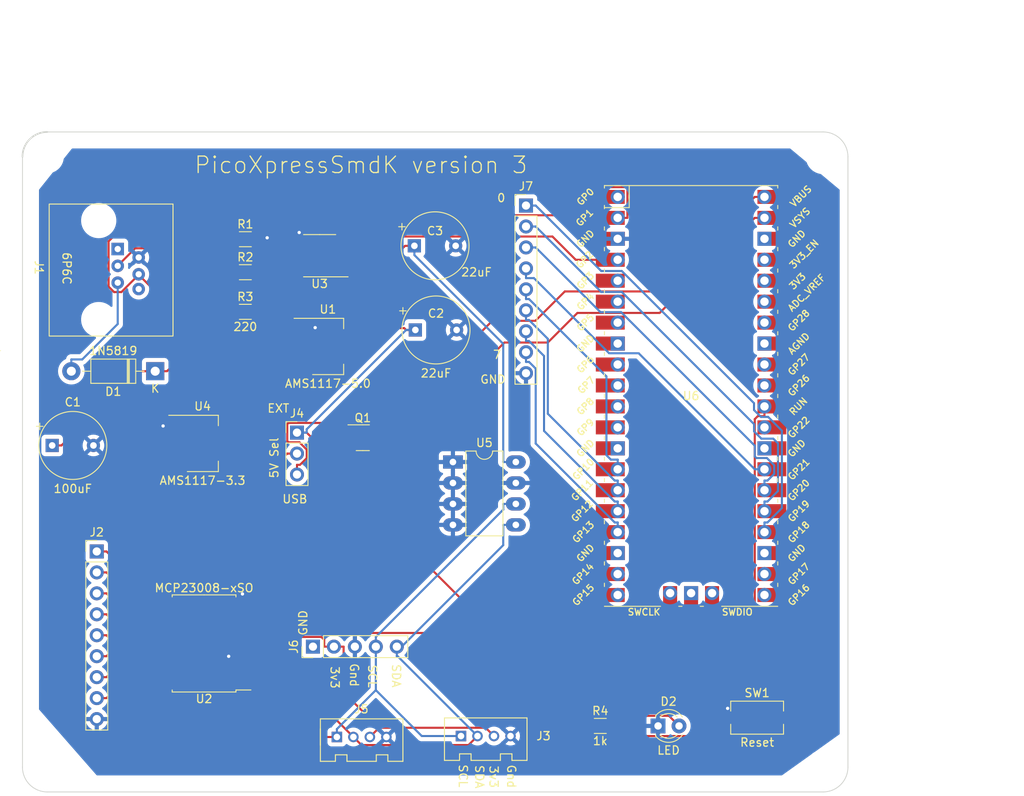
<source format=kicad_pcb>
(kicad_pcb (version 20211014) (generator pcbnew)
  (layers (0 "F.Cu" signal) (31 "B.Cu" signal) (34 "B.Paste" user) (35 "F.Paste" user) (36 "B.SilkS" user "B.Silkscreen") (37 "F.SilkS" user "F.Silkscreen") (38 "B.Mask" user) (39 "F.Mask" user) (44 "Edge.Cuts" user))
  (net 0 "")
  (net 1 "/VIN")
  (net 2 "/GND")
  (net 3 "/5V")
  (net 4 "/3V3")
  (net 5 "/12V")
  (net 6 "Net-(D2-Pad2)")
  (net 8 "Net-(J1-Pad3)")
  (net 9 "Net-(J1-Pad4)")
  (net 11 "Net-(J2-Pad1)")
  (net 12 "Net-(J2-Pad2)")
  (net 13 "Net-(J2-Pad3)")
  (net 14 "Net-(J2-Pad4)")
  (net 15 "Net-(J2-Pad5)")
  (net 16 "Net-(J2-Pad6)")
  (net 17 "Net-(J2-Pad7)")
  (net 18 "Net-(J2-Pad8)")
  (net 19 "/5Vopt")
  (net 20 "/VBUS")
  (net 22 "Net-(J7-Pad1)")
  (net 23 "Net-(J7-Pad2)")
  (net 24 "Net-(J7-Pad3)")
  (net 25 "Net-(J7-Pad4)")
  (net 26 "Net-(J7-Pad5)")
  (net 27 "Net-(J7-Pad6)")
  (net 28 "Net-(J7-Pad7)")
  (net 29 "/VSYS")
  (net 30 "/RUN")
  (net 31 "/SCL")
  (net 32 "/SDA")
  (net 35 "/GP1")
  (net 36 "/RTS")
  (net 37 "/GP0")
  (net 64 "Net-(J7-Pad8)")
  (footprint "Resistor_SMD:R_1206_3216Metric" (layer "F.Cu") (at 170 122)
    (fp_text reference "R4")
    (fp_text value "1k")
  )
  (footprint "Capacitor_THT:CP_Radial_Tantal_D8.0mm_P5.00mm" (layer "F.Cu") (at 103.5973 88)
    (fp_text reference "C1")
    (fp_text value "100uF")
  )
  (footprint "Package_TO_SOT_SMD:SOT-223-3_TabPin2" (layer "F.Cu") (at 137 76)
    (fp_text reference "U1")
    (fp_text value "AMS1117-5.0")
  )
  (footprint "MountingHole:MountingHole_3.2mm_M3" (layer "F.Cu") (at 104 126)
    (fp_text reference "H4")
    (fp_text value "0")
  )
  (footprint "LED_THT:LED_D3.0mm" (layer "F.Cu") (at 177 122)
    (fp_text reference "D2")
    (fp_text value "LED")
  )
  (footprint "MCU_RaspberryPi_and_Boards:RP2040Pico" (layer "F.Cu") (at 181 82)
    (fp_text reference "U6")
    (fp_text value "Pico")
  )
  (footprint "Resistor_SMD:R_1206_3216Metric" (layer "F.Cu") (at 127 67)
    (fp_text reference "R2")
    (fp_text value "10k")
  )
  (footprint "Resistor_SMD:R_1206_3216Metric" (layer "F.Cu") (at 127 63)
    (fp_text reference "R1")
    (fp_text value "10k")
  )
  (footprint "Diode_THT:D_DO-41_SOD81_P10.16mm_Horizontal" (layer "F.Cu") (at 116.08 79 180)
    (fp_text reference "D1")
    (fp_text value "1N5819")
  )
  (footprint "Package_DIP:DIP-8_W7.62mm_LongPads" (layer "F.Cu") (at 152.1477 90.0095)
    (fp_text reference "U5")
    (fp_text value "CAT24C256")
  )
  (footprint "Connector_PinHeader_2.54mm:PinHeader_1x09_P2.54mm_Vertical" (layer "F.Cu") (at 109 100.85)
    (fp_text reference "J2")
    (fp_text value "parallel port")
  )
  (footprint "Package_SO:SOIC-8_3.9x4.9mm_P1.27mm" (layer "F.Cu") (at 136 65 180)
    (fp_text reference "U3")
    (fp_text value "MAX3485")
  )
  (footprint "MountingHole:MountingHole_3.2mm_M3" (layer "F.Cu") (at 197 53)
    (fp_text reference "H1")
    (fp_text value "0")
  )
  (footprint "Connector_PinHeader_2.54mm:PinHeader_1x03_P2.54mm_Vertical" (layer "F.Cu") (at 133.2569 86.4446)
    (fp_text reference "J4")
    (fp_text value "5V Sel")
  )
  (footprint "Connector_PinHeader_2.54mm:PinHeader_1x05_P2.54mm_Vertical" (layer "F.Cu") (at 135.1896 112.3892 90)
    (fp_text reference "J6")
    (fp_text value "I2C")
  )
  (footprint "Connector_RJ:RJ12_Jaycar" (layer "F.Cu") (at 111.5375 66.74 -90)
    (fp_text reference "J1")
    (fp_text value "6P6C")
  )
  (footprint "Package_TO_SOT_SMD:SOT-23-3" (layer "F.Cu") (at 141.2292 87.0632)
    (fp_text reference "Q1")
    (fp_text value "DMG2305UX-7")
  )
  (footprint "MountingHole:MountingHole_3.2mm_M3" (layer "F.Cu") (at 103 53)
    (fp_text reference "H3")
    (fp_text value "0")
  )
  (footprint "Package_TO_SOT_SMD:SOT-223-3_TabPin2" (layer "F.Cu") (at 121.8184 87.7564)
    (fp_text reference "U4")
    (fp_text value "AMS1117-3.3")
  )
  (footprint "Button_Switch_SMD:SW_Tactile_SPST_NO_Straight_CK_PTS636Sx25SMTRLFS" (layer "F.Cu") (at 189 121)
    (fp_text reference "SW1")
    (fp_text value "Reset")
  )
  (footprint "Capacitor_THT:CP_Radial_Tantal_D8.0mm_P5.00mm" (layer "F.Cu") (at 147.48 63.8)
    (fp_text reference "C3")
    (fp_text value "22uF")
  )
  (footprint "OPL_Connector:HW4-2.0" (layer "F.Cu") (at 141.088 123.3415)
    (fp_text reference "J5")
    (fp_text value "I2C")
  )
  (footprint "OPL_Connector:HW4-2.0" (layer "F.Cu") (at 156.1226 123.2276)
    (fp_text reference "J3")
    (fp_text value "I2C")
  )
  (footprint "Connector_PinHeader_2.54mm:PinHeader_1x09_P2.54mm_Vertical" (layer "F.Cu") (at 161 58.92)
    (fp_text reference "J7")
    (fp_text value "keypad")
  )
  (footprint "Resistor_SMD:R_1206_3216Metric" (layer "F.Cu") (at 127 71.8)
    (fp_text reference "R3")
    (fp_text value "220")
  )
  (footprint "Capacitor_THT:CP_Radial_Tantal_D8.0mm_P5.00mm" (layer "F.Cu") (at 147.5973 74)
    (fp_text reference "C2")
    (fp_text value "22uF")
  )
  (footprint "Package_SO:SOIC-18W_7.5x11.6mm_P1.27mm" (layer "F.Cu") (at 122 112 180)
    (fp_text reference "U2")
    (fp_text value "MCP23008-xSO")
  )
  (footprint "MountingHole:MountingHole_3.2mm_M3" (layer "F.Cu") (at 197 127)
    (fp_text reference "H2")
    (fp_text value "0")
  )
  (gr_arc (start 100 53) (mid 100.87868 50.87868) (end 103 50) (layer "Edge.Cuts") (width 0.2))
  (gr_arc (start 103 130) (mid 100.87868 129.12132) (end 100 127) (layer "Edge.Cuts") (width 0.1))
  (gr_line (start 103 50) (end 197 50) (layer "Edge.Cuts") (width 0.1))
  (gr_arc (start 200 127) (mid 199.12132 129.12132) (end 197 130) (layer "Edge.Cuts") (width 0.1))
  (gr_line (start 100 53) (end 100 127) (layer "Edge.Cuts") (width 0.1))
  (gr_arc (start 197 50) (mid 199.12132 50.87868) (end 200 53) (layer "Edge.Cuts") (width 0.1))
  (gr_line (start 197 130) (end 103 130) (layer "Edge.Cuts") (width 0.1))
  (gr_line (start 200 53) (end 200 127) (layer "Edge.Cuts") (width 0.1))
  (gr_text "Gnd\n" (at 140.189291 115.832714 270) (layer "F.SilkS") (effects (font (size 1 1))))
  (gr_text "3v3\n" (at 157.09 128.166242 270) (layer "F.SilkS") (effects (font (size 1 1))))
  (gr_text "SDA" (at 155.358935 128.166242 270) (layer "F.SilkS") (effects (font (size 1 1))))
  (gr_text "7" (at 157.5 77) (layer "F.SilkS") (effects (font (size 1 1))))
  (gr_text "GND" (at 157 80) (layer "F.SilkS") (effects (font (size 1 1))))
  (gr_text "SCL" (at 142.391441 115.979524 270) (layer "F.SilkS") (effects (font (size 1 1))))
  (gr_text "SCL" (at 153.3733 128.064415 270) (layer "F.SilkS") (effects (font (size 1 1))))
  (gr_text "0" (at 158 58) (layer "F.SilkS") (effects (font (size 1 1))))
  (gr_text "SDA" (at 145.278704 115.930588 270) (layer "F.SilkS") (effects (font (size 1 1))))
  (gr_text "GND" (at 134 109.5 90) (layer "F.SilkS") (effects (font (size 1 1))))
  (gr_text "PicoXpressSmdK version 3\n" (at 141 54) (layer "F.SilkS") (effects (font (size 2 2))))
  (gr_text "Gnd\n" (at 159.228376 128.115329 270) (layer "F.SilkS") (effects (font (size 1 1))))
  (gr_text "3v3\n" (at 137.835754 116.126334 270) (layer "F.SilkS") (effects (font (size 1 1))))
  (gr_text "EXT" (at 131 83.5) (layer "F.SilkS") (effects (font (size 1 1))))
  (gr_text "USB" (at 133 94.5) (layer "F.SilkS") (effects (font (size 1 1))))
  (segment (start 116.08 79) (end 117.5051 79) (width 0.25) (layer "F.Cu") (net 1))
  (segment (start 117.5051 79) (end 118.2051 78.3) (width 0.25) (layer "F.Cu") (net 1))
  (segment (start 118.2051 78.3) (end 133.85 78.3) (width 0.25) (layer "F.Cu") (net 1))
  (segment (start 116.08 79) (end 113.7224 79) (width 0.25) (layer "F.Cu") (net 1))
  (segment (start 103.5973 88) (end 104.7224 88) (width 0.25) (layer "F.Cu") (net 1))
  (segment (start 113.7224 79) (end 104.7224 88) (width 0.25) (layer "F.Cu") (net 1))
  (segment (start 117.0356 85.6386) (end 117.1611 85.6386) (width 0.25) (layer "F.Cu") (net 2))
  (segment (start 126.65 106.92) (end 126.65 106.0019) (width 0.25) (layer "F.Cu") (net 2))
  (segment (start 128.6368 62.8257) (end 128.4625 63) (width 0.25) (layer "F.Cu") (net 2))
  (segment (start 126.65 113.5621) (end 126.65 113.27) (width 0.25) (layer "F.Cu") (net 2))
  (segment (start 118.6684 85.4564) (end 117.3433 85.4564) (width 0.25) (layer "F.Cu") (net 2))
  (segment (start 185.4269 119.873) (end 185.125 120.1749) (width 0.25) (layer "F.Cu") (net 2))
  (segment (start 135.1934 73.7183) (end 135.1751 73.7) (width 0.25) (layer "F.Cu") (net 2))
  (segment (start 124.9811 113.5621) (end 126.65 113.5621) (width 0.25) (layer "F.Cu") (net 2))
  (segment (start 117.1611 85.6386) (end 117.3433 85.4564) (width 0.25) (layer "F.Cu") (net 2))
  (segment (start 129.644 62.8257) (end 128.6368 62.8257) (width 0.25) (layer "F.Cu") (net 2))
  (segment (start 133.85 73.7) (end 135.1751 73.7) (width 0.25) (layer "F.Cu") (net 2))
  (segment (start 126.65 113.27) (end 126.65 112) (width 0.25) (layer "F.Cu") (net 2))
  (segment (start 185.125 121) (end 185.125 120.1749) (width 0.25) (layer "F.Cu") (net 2))
  (segment (start 133.525 63.095) (end 133.525 62.1881) (width 0.25) (layer "F.Cu") (net 2))
  (segment (start 135.458 73.7183) (end 135.1934 73.7183) (width 0.25) (layer "F.Cu") (net 2))
  (segment (start 126.65 114.54) (end 126.65 113.5621) (width 0.25) (layer "F.Cu") (net 2))
  (via (at 117.0356 85.6386) (size 0.8) (drill 0.4) (layers "F.Cu" "B.Cu") (net 2))
  (via (at 185.4269 119.873) (size 0.8) (drill 0.4) (layers "F.Cu" "B.Cu") (net 2))
  (via (at 126.65 106.0019) (size 0.8) (drill 0.4) (layers "F.Cu" "B.Cu") (net 2))
  (via (at 129.644 62.8257) (size 0.8) (drill 0.4) (layers "F.Cu" "B.Cu") (net 2))
  (via (at 133.525 62.1881) (size 0.8) (drill 0.4) (layers "F.Cu" "B.Cu") (net 2))
  (via (at 124.9811 113.5621) (size 0.8) (drill 0.4) (layers "F.Cu" "B.Cu") (net 2))
  (via (at 135.458 73.7183) (size 0.8) (drill 0.4) (layers "F.Cu" "B.Cu") (net 2))
  (segment (start 133.2569 86.4446) (end 134.432 86.4446) (width 0.25) (layer "F.Cu") (net 3))
  (segment (start 133.85 74.9249) (end 135.4074 74.9249) (width 0.25) (layer "F.Cu") (net 3))
  (segment (start 135.0506 87.0632) (end 139.0843 87.0632) (width 0.25) (layer "F.Cu") (net 3))
  (segment (start 133.85 76) (end 133.85 74.9249) (width 0.25) (layer "F.Cu") (net 3))
  (segment (start 146.2471 73.7749) (end 140.15 73.7749) (width 0.25) (layer "F.Cu") (net 3))
  (segment (start 134.432 86.4446) (end 135.0506 87.0632) (width 0.25) (layer "F.Cu") (net 3))
  (segment (start 139.0843 92.5468) (end 168.5375 122) (width 0.25) (layer "F.Cu") (net 3))
  (segment (start 139.0843 87.0632) (end 142.3667 87.0632) (width 0.25) (layer "F.Cu") (net 3))
  (segment (start 136.5574 73.7749) (end 140.15 73.7749) (width 0.25) (layer "F.Cu") (net 3))
  (segment (start 146.4722 74) (end 146.2471 73.7749) (width 0.25) (layer "F.Cu") (net 3))
  (segment (start 135.4074 74.9249) (end 136.5574 73.7749) (width 0.25) (layer "F.Cu") (net 3))
  (segment (start 147.5973 74) (end 146.4722 74) (width 0.25) (layer "F.Cu") (net 3))
  (segment (start 139.0843 87.0632) (end 139.0843 92.5468) (width 0.25) (layer "F.Cu") (net 3))
  (segment (start 140.15 76) (end 140.15 73.7749) (width 0.25) (layer "F.Cu") (net 3))
  (segment (start 134.432 86.4446) (end 134.432 86.0402) (width 0.25) (layer "B.Cu") (net 3))
  (segment (start 134.432 86.0402) (end 146.4722 74) (width 0.25) (layer "B.Cu") (net 3))
  (segment (start 147.5973 74) (end 146.4722 74) (width 0.25) (layer "B.Cu") (net 3))
  (segment (start 133.2569 86.4446) (end 134.432 86.4446) (width 0.25) (layer "B.Cu") (net 3))
  (segment (start 132.8407 77.2248) (end 132.4774 76.8615) (width 0.25) (layer "F.Cu") (net 4))
  (segment (start 135.0517 77.2248) (end 132.8407 77.2248) (width 0.25) (layer "F.Cu") (net 4))
  (segment (start 156.1166 122.2234) (end 143.2043 122.2234) (width 0.25) (layer "F.Cu") (net 4))
  (segment (start 118.6684 87.7564) (end 119.9935 87.7564) (width 0.25) (layer "F.Cu") (net 4))
  (segment (start 135.1752 79.2004) (end 135.1752 77.3483) (width 0.25) (layer "F.Cu") (net 4))
  (segment (start 138.9047 117.9238) (end 138.9047 112.3892) (width 0.25) (layer "F.Cu") (net 4))
  (segment (start 133.525 66.905) (end 132.8746 66.905) (width 0.25) (layer "F.Cu") (net 4))
  (segment (start 122.7797 111.365) (end 127.8498 111.365) (width 0.25) (layer "F.Cu") (net 4))
  (segment (start 132.4774 76.8615) (end 132.4774 69.2532) (width 0.25) (layer "F.Cu") (net 4))
  (segment (start 157.1208 123.2276) (end 156.1166 122.2234) (width 0.25) (layer "F.Cu") (net 4))
  (segment (start 143.2043 122.2234) (end 138.9047 117.9238) (width 0.25) (layer "F.Cu") (net 4))
  (segment (start 117.35 117.08) (end 117.7906 117.08) (width 0.25) (layer "F.Cu") (net 4))
  (segment (start 128.0008 111.214) (end 136.2103 111.214) (width 0.25) (layer "F.Cu") (net 4))
  (segment (start 135.1752 77.3483) (end 135.0517 77.2248) (width 0.25) (layer "F.Cu") (net 4))
  (segment (start 119.9935 87.7564) (end 120.5498 87.2001) (width 0.25) (layer "F.Cu") (net 4))
  (segment (start 117.7906 117.08) (end 122.7797 112.0909) (width 0.25) (layer "F.Cu") (net 4))
  (segment (start 117.3388 89.086) (end 117.5933 88.8315) (width 0.25) (layer "F.Cu") (net 4))
  (segment (start 126.7387 65.7988) (end 125.5375 67) (width 0.25) (layer "F.Cu") (net 4))
  (segment (start 146.3549 63.8) (end 142.5996 67.5553) (width 0.25) (layer "F.Cu") (net 4))
  (segment (start 142.5996 67.5553) (end 134.1753 67.5553) (width 0.25) (layer "F.Cu") (net 4))
  (segment (start 118.6684 87.7564) (end 118.6684 88.8315) (width 0.25) (layer "F.Cu") (net 4))
  (segment (start 127.8498 111.365) (end 128.0008 111.214) (width 0.25) (layer "F.Cu") (net 4))
  (segment (start 131.7684 65.7988) (end 126.7387 65.7988) (width 0.25) (layer "F.Cu") (net 4))
  (segment (start 132.4774 69.2532) (end 134.1753 67.5553) (width 0.25) (layer "F.Cu") (net 4))
  (segment (start 136.5545 111.5582) (end 136.5545 112.3892) (width 0.25) (layer "F.Cu") (net 4))
  (segment (start 120.5498 87.2001) (end 124.9684 87.2001) (width 0.25) (layer "F.Cu") (net 4))
  (segment (start 117.5933 88.8315) (end 118.6684 88.8315) (width 0.25) (layer "F.Cu") (net 4))
  (segment (start 122.7797 112.0909) (end 122.7797 111.365) (width 0.25) (layer "F.Cu") (net 4))
  (segment (start 124.9684 87.7564) (end 124.9684 87.2001) (width 0.25) (layer "F.Cu") (net 4))
  (segment (start 136.2103 111.214) (end 136.5545 111.5582) (width 0.25) (layer "F.Cu") (net 4))
  (segment (start 124.9684 87.2001) (end 127.1755 87.2001) (width 0.25) (layer "F.Cu") (net 4))
  (segment (start 117.3388 94.913) (end 117.3388 89.086) (width 0.25) (layer "F.Cu") (net 4))
  (segment (start 143.2043 122.2234) (end 142.0862 123.3415) (width 0.25) (layer "F.Cu") (net 4))
  (segment (start 122.7797 111.365) (end 122.7797 100.3539) (width 0.25) (layer "F.Cu") (net 4))
  (segment (start 132.8746 66.905) (end 131.7684 65.7988) (width 0.25) (layer "F.Cu") (net 4))
  (segment (start 127.1755 87.2001) (end 135.1752 79.2004) (width 0.25) (layer "F.Cu") (net 4))
  (segment (start 147.48 63.8) (end 146.3549 63.8) (width 0.25) (layer "F.Cu") (net 4))
  (segment (start 137.7296 112.3892) (end 136.5545 112.3892) (width 0.25) (layer "F.Cu") (net 4))
  (segment (start 122.7797 100.3539) (end 117.3388 94.913) (width 0.25) (layer "F.Cu") (net 4))
  (segment (start 137.7296 112.3892) (end 138.9047 112.3892) (width 0.25) (layer "F.Cu") (net 4))
  (segment (start 134.1753 67.5553) (end 133.525 66.905) (width 0.25) (layer "F.Cu") (net 4))
  (segment (start 158.2426 75.6877) (end 158.2426 90.0095) (width 0.25) (layer "B.Cu") (net 4))
  (segment (start 159.7677 90.0095) (end 158.2426 90.0095) (width 0.25) (layer "B.Cu") (net 4))
  (segment (start 147.48 64.9251) (end 158.2426 75.6877) (width 0.25) (layer "B.Cu") (net 4))
  (segment (start 147.48 63.8) (end 147.48 64.9251) (width 0.25) (layer "B.Cu") (net 4))
  (segment (start 111.5375 68.27) (end 111.5375 73.2782) (width 0.25) (layer "B.Cu") (net 5))
  (segment (start 105.92 79) (end 105.92 77.5749) (width 0.25) (layer "B.Cu") (net 5))
  (segment (start 111.5375 73.2782) (end 107.2408 77.5749) (width 0.25) (layer "B.Cu") (net 5))
  (segment (start 107.2408 77.5749) (end 105.92 77.5749) (width 0.25) (layer "B.Cu") (net 5))
  (segment (start 178.3148 120.7748) (end 172.6877 120.7748) (width 0.25) (layer "F.Cu") (net 6))
  (segment (start 179.54 122) (end 178.3148 120.7748) (width 0.25) (layer "F.Cu") (net 6))
  (segment (start 172.6877 120.7748) (end 171.4625 122) (width 0.25) (layer "F.Cu") (net 6))
  (segment (start 113.6509 64.1019) (end 124.4356 64.1019) (width 0.25) (layer "F.Cu") (net 8))
  (segment (start 124.4356 65.1063) (end 124.6422 65.3129) (width 0.25) (layer "F.Cu") (net 8))
  (segment (start 111.5375 66.23) (end 111.5375 66.2153) (width 0.25) (layer "F.Cu") (net 8))
  (segment (start 124.6422 65.3129) (end 133.2029 65.3129) (width 0.25) (layer "F.Cu") (net 8))
  (segment (start 111.5375 66.2153) (end 113.6509 64.1019) (width 0.25) (layer "F.Cu") (net 8))
  (segment (start 124.6422 70.9047) (end 124.6422 65.3129) (width 0.25) (layer "F.Cu") (net 8))
  (segment (start 124.4356 64.1019) (end 125.5375 63) (width 0.25) (layer "F.Cu") (net 8))
  (segment (start 125.5375 71.8) (end 124.6422 70.9047) (width 0.25) (layer "F.Cu") (net 8))
  (segment (start 124.4356 64.1019) (end 124.4356 65.1063) (width 0.25) (layer "F.Cu") (net 8))
  (segment (start 133.2029 65.3129) (end 133.525 65.635) (width 0.25) (layer "F.Cu") (net 8))
  (segment (start 111.8913 61.7977) (end 110.4323 63.2567) (width 0.25) (layer "F.Cu") (net 9))
  (segment (start 114.0774 67.3104) (end 114.0774 67.25) (width 0.25) (layer "F.Cu") (net 9))
  (segment (start 128.4625 71.8) (end 127.2563 73.0062) (width 0.25) (layer "F.Cu") (net 9))
  (segment (start 133.0884 64.365) (end 130.5211 61.7977) (width 0.25) (layer "F.Cu") (net 9))
  (segment (start 133.525 64.365) (end 133.0884 64.365) (width 0.25) (layer "F.Cu") (net 9))
  (segment (start 111.0944 69.4064) (end 111.9814 69.4064) (width 0.25) (layer "F.Cu") (net 9))
  (segment (start 111.9814 69.4064) (end 114.0774 67.3104) (width 0.25) (layer "F.Cu") (net 9))
  (segment (start 128.4625 67) (end 128.4625 71.8) (width 0.25) (layer "F.Cu") (net 9))
  (segment (start 110.4323 63.2567) (end 110.4323 68.7443) (width 0.25) (layer "F.Cu") (net 9))
  (segment (start 110.4323 68.7443) (end 111.0944 69.4064) (width 0.25) (layer "F.Cu") (net 9))
  (segment (start 127.2563 73.0062) (end 119.7732 73.0062) (width 0.25) (layer "F.Cu") (net 9))
  (segment (start 130.5211 61.7977) (end 111.8913 61.7977) (width 0.25) (layer "F.Cu") (net 9))
  (segment (start 119.7732 73.0062) (end 114.0774 67.3104) (width 0.25) (layer "F.Cu") (net 9))
  (segment (start 114.0774 67.25) (end 114.0775 67.25) (width 0.25) (layer "F.Cu") (net 9))
  (segment (start 116.2451 106.92) (end 110.1751 100.85) (width 0.25) (layer "F.Cu") (net 11))
  (segment (start 109 100.85) (end 110.1751 100.85) (width 0.25) (layer "F.Cu") (net 11))
  (segment (start 117.35 106.92) (end 116.2451 106.92) (width 0.25) (layer "F.Cu") (net 11))
  (segment (start 109 103.39) (end 110.1751 103.39) (width 0.25) (layer "F.Cu") (net 12))
  (segment (start 114.9751 108.19) (end 110.1751 103.39) (width 0.25) (layer "F.Cu") (net 12))
  (segment (start 117.35 108.19) (end 114.9751 108.19) (width 0.25) (layer "F.Cu") (net 12))
  (segment (start 109 105.93) (end 110.1751 105.93) (width 0.25) (layer "F.Cu") (net 13))
  (segment (start 113.7051 109.46) (end 110.1751 105.93) (width 0.25) (layer "F.Cu") (net 13))
  (segment (start 117.35 109.46) (end 113.7051 109.46) (width 0.25) (layer "F.Cu") (net 13))
  (segment (start 117.35 110.73) (end 112.4351 110.73) (width 0.25) (layer "F.Cu") (net 14))
  (segment (start 112.4351 110.73) (end 110.1751 108.47) (width 0.25) (layer "F.Cu") (net 14))
  (segment (start 109 108.47) (end 110.1751 108.47) (width 0.25) (layer "F.Cu") (net 14))
  (segment (start 117.35 112) (end 111.1651 112) (width 0.25) (layer "F.Cu") (net 15))
  (segment (start 111.1651 112) (end 110.1751 111.01) (width 0.25) (layer "F.Cu") (net 15))
  (segment (start 109 111.01) (end 110.1751 111.01) (width 0.25) (layer "F.Cu") (net 15))
  (segment (start 117.35 113.27) (end 110.4551 113.27) (width 0.25) (layer "F.Cu") (net 16))
  (segment (start 110.4551 113.27) (end 110.1751 113.55) (width 0.25) (layer "F.Cu") (net 16))
  (segment (start 109 113.55) (end 110.1751 113.55) (width 0.25) (layer "F.Cu") (net 16))
  (segment (start 111.7251 114.54) (end 110.1751 116.09) (width 0.25) (layer "F.Cu") (net 17))
  (segment (start 117.35 114.54) (end 111.7251 114.54) (width 0.25) (layer "F.Cu") (net 17))
  (segment (start 109 116.09) (end 110.1751 116.09) (width 0.25) (layer "F.Cu") (net 17))
  (segment (start 109 118.63) (end 110.1751 118.63) (width 0.25) (layer "F.Cu") (net 18))
  (segment (start 117.35 115.81) (end 112.9951 115.81) (width 0.25) (layer "F.Cu") (net 18))
  (segment (start 112.9951 115.81) (end 110.1751 118.63) (width 0.25) (layer "F.Cu") (net 18))
  (segment (start 133.2569 88.9846) (end 132.0818 88.9846) (width 0.25) (layer "F.Cu") (net 19))
  (segment (start 131.01 90.0564) (end 132.0818 88.9846) (width 0.25) (layer "F.Cu") (net 19))
  (segment (start 118.6684 90.0564) (end 131.01 90.0564) (width 0.25) (layer "F.Cu") (net 19))
  (segment (start 133.6221 90.3495) (end 134.4341 89.5375) (width 0.25) (layer "F.Cu") (net 20))
  (segment (start 144.1192 85.6913) (end 140.0917 85.6913) (width 0.25) (layer "F.Cu") (net 20))
  (segment (start 132.0817 87.4756) (end 132.0817 85.4022) (width 0.25) (layer "F.Cu") (net 20))
  (segment (start 132.0817 85.4022) (end 132.2145 85.2694) (width 0.25) (layer "F.Cu") (net 20))
  (segment (start 134.4341 89.5375) (end 134.4341 88.4999) (width 0.25) (layer "F.Cu") (net 20))
  (segment (start 134.4341 88.4999) (end 133.554 87.6198) (width 0.25) (layer "F.Cu") (net 20))
  (segment (start 177.2515 69.3334) (end 165.698 69.3334) (width 0.25) (layer "F.Cu") (net 20))
  (segment (start 165.698 69.3334) (end 162.1414 72.89) (width 0.25) (layer "F.Cu") (net 20))
  (segment (start 156.9205 72.89) (end 144.1192 85.6913) (width 0.25) (layer "F.Cu") (net 20))
  (segment (start 188.7149 57.87) (end 177.2515 69.3334) (width 0.25) (layer "F.Cu") (net 20))
  (segment (start 139.6698 85.2694) (end 140.0917 85.6913) (width 0.25) (layer "F.Cu") (net 20))
  (segment (start 162.1414 72.89) (end 156.9205 72.89) (width 0.25) (layer "F.Cu") (net 20))
  (segment (start 133.2569 90.3495) (end 133.6221 90.3495) (width 0.25) (layer "F.Cu") (net 20))
  (segment (start 133.554 87.6198) (end 132.2259 87.6198) (width 0.25) (layer "F.Cu") (net 20))
  (segment (start 140.0917 86.1132) (end 140.0917 85.6913) (width 0.25) (layer "F.Cu") (net 20))
  (segment (start 132.2259 87.6198) (end 132.0817 87.4756) (width 0.25) (layer "F.Cu") (net 20))
  (segment (start 133.2569 91.5246) (end 133.2569 90.3495) (width 0.25) (layer "F.Cu") (net 20))
  (segment (start 132.2145 85.2694) (end 139.6698 85.2694) (width 0.25) (layer "F.Cu") (net 20))
  (segment (start 189.89 57.87) (end 188.7149 57.87) (width 0.25) (layer "F.Cu") (net 20))
  (segment (start 162.1751 58.92) (end 170.1099 66.8548) (width 0.25) (layer "B.Cu") (net 22))
  (segment (start 161 58.92) (end 162.1751 58.92) (width 0.25) (layer "B.Cu") (net 22))
  (segment (start 190.2552 97.3349) (end 189.89 97.3349) (width 0.25) (layer "B.Cu") (net 22))
  (segment (start 189.89 98.51) (end 189.89 97.3349) (width 0.25) (layer "B.Cu") (net 22))
  (segment (start 192.0008 95.5893) (end 190.2552 97.3349) (width 0.25) (layer "B.Cu") (net 22))
  (segment (start 188.6225 83.7021) (end 189.4604 84.54) (width 0.25) (layer "B.Cu") (net 22))
  (segment (start 170.1099 66.8548) (end 172.6046 66.8548) (width 0.25) (layer "B.Cu") (net 22))
  (segment (start 190.3322 84.54) (end 192.0008 86.2086) (width 0.25) (layer "B.Cu") (net 22))
  (segment (start 192.0008 86.2086) (end 192.0008 95.5893) (width 0.25) (layer "B.Cu") (net 22))
  (segment (start 172.6046 66.8548) (end 188.6225 82.8727) (width 0.25) (layer "B.Cu") (net 22))
  (segment (start 188.6225 82.8727) (end 188.6225 83.7021) (width 0.25) (layer "B.Cu") (net 22))
  (segment (start 189.4604 84.54) (end 190.3322 84.54) (width 0.25) (layer "B.Cu") (net 22))
  (segment (start 190.2552 94.7949) (end 189.89 94.7949) (width 0.25) (layer "B.Cu") (net 23))
  (segment (start 189.89 95.97) (end 189.89 94.7949) (width 0.25) (layer "B.Cu") (net 23))
  (segment (start 162.1751 61.46) (end 170.1099 69.3948) (width 0.25) (layer "B.Cu") (net 23))
  (segment (start 190.9518 87.1748) (end 191.5261 87.7491) (width 0.25) (layer "B.Cu") (net 23))
  (segment (start 191.5261 87.7491) (end 191.5261 93.524) (width 0.25) (layer "B.Cu") (net 23))
  (segment (start 188.6293 85.4191) (end 188.6293 86.2881) (width 0.25) (layer "B.Cu") (net 23))
  (segment (start 189.516 87.1748) (end 190.9518 87.1748) (width 0.25) (layer "B.Cu") (net 23))
  (segment (start 172.605 69.3948) (end 188.6293 85.4191) (width 0.25) (layer "B.Cu") (net 23))
  (segment (start 161 61.46) (end 162.1751 61.46) (width 0.25) (layer "B.Cu") (net 23))
  (segment (start 170.1099 69.3948) (end 172.605 69.3948) (width 0.25) (layer "B.Cu") (net 23))
  (segment (start 191.5261 93.524) (end 190.2552 94.7949) (width 0.25) (layer "B.Cu") (net 23))
  (segment (start 188.6293 86.2881) (end 189.516 87.1748) (width 0.25) (layer "B.Cu") (net 23))
  (segment (start 190.1871 89.5252) (end 191.0672 90.4053) (width 0.25) (layer "B.Cu") (net 24))
  (segment (start 189.89 93.43) (end 189.89 92.2549) (width 0.25) (layer "B.Cu") (net 24))
  (segment (start 188.7149 89.3346) (end 188.9055 89.5252) (width 0.25) (layer "B.Cu") (net 24))
  (segment (start 161 64) (end 162.1751 64) (width 0.25) (layer "B.Cu") (net 24))
  (segment (start 172.5239 71.84) (end 188.7149 88.031) (width 0.25) (layer "B.Cu") (net 24))
  (segment (start 191.0672 90.4053) (end 191.0672 91.4429) (width 0.25) (layer "B.Cu") (net 24))
  (segment (start 190.2552 92.2549) (end 189.89 92.2549) (width 0.25) (layer "B.Cu") (net 24))
  (segment (start 188.9055 89.5252) (end 190.1871 89.5252) (width 0.25) (layer "B.Cu") (net 24))
  (segment (start 170.0151 71.84) (end 172.5239 71.84) (width 0.25) (layer "B.Cu") (net 24))
  (segment (start 162.1751 64) (end 170.0151 71.84) (width 0.25) (layer "B.Cu") (net 24))
  (segment (start 188.7149 88.031) (end 188.7149 89.3346) (width 0.25) (layer "B.Cu") (net 24))
  (segment (start 191.0672 91.4429) (end 190.2552 92.2549) (width 0.25) (layer "B.Cu") (net 24))
  (segment (start 161 66.54) (end 161 67.7151) (width 0.25) (layer "B.Cu") (net 25))
  (segment (start 189.89 90.89) (end 188.7149 90.89) (width 0.25) (layer "B.Cu") (net 25))
  (segment (start 161.9637 67.7151) (end 171.0738 76.8252) (width 0.25) (layer "B.Cu") (net 25))
  (segment (start 171.0738 76.8252) (end 174.6501 76.8252) (width 0.25) (layer "B.Cu") (net 25))
  (segment (start 161 67.7151) (end 161.9637 67.7151) (width 0.25) (layer "B.Cu") (net 25))
  (segment (start 174.6501 76.8252) (end 188.7149 90.89) (width 0.25) (layer "B.Cu") (net 25))
  (segment (start 170.7452 89.1811) (end 171.279 89.7149) (width 0.25) (layer "B.Cu") (net 26))
  (segment (start 172.11 90.89) (end 172.11 89.7149) (width 0.25) (layer "B.Cu") (net 26))
  (segment (start 161 69.08) (end 161 70.2551) (width 0.25) (layer "B.Cu") (net 26))
  (segment (start 161.3672 70.2551) (end 170.7452 79.6331) (width 0.25) (layer "B.Cu") (net 26))
  (segment (start 170.7452 79.6331) (end 170.7452 89.1811) (width 0.25) (layer "B.Cu") (net 26))
  (segment (start 161 70.2551) (end 161.3672 70.2551) (width 0.25) (layer "B.Cu") (net 26))
  (segment (start 171.279 89.7149) (end 172.11 89.7149) (width 0.25) (layer "B.Cu") (net 26))
  (segment (start 163.6438 84.1559) (end 163.6438 75.0737) (width 0.25) (layer "B.Cu") (net 27))
  (segment (start 172.11 92.2549) (end 171.7428 92.2549) (width 0.25) (layer "B.Cu") (net 27))
  (segment (start 161 71.62) (end 161 72.7951) (width 0.25) (layer "B.Cu") (net 27))
  (segment (start 171.7428 92.2549) (end 163.6438 84.1559) (width 0.25) (layer "B.Cu") (net 27))
  (segment (start 172.11 93.43) (end 172.11 92.2549) (width 0.25) (layer "B.Cu") (net 27))
  (segment (start 161.3652 72.7951) (end 161 72.7951) (width 0.25) (layer "B.Cu") (net 27))
  (segment (start 163.6438 75.0737) (end 161.3652 72.7951) (width 0.25) (layer "B.Cu") (net 27))
  (segment (start 172.11 95.97) (end 172.11 94.7949) (width 0.25) (layer "B.Cu") (net 28))
  (segment (start 172.11 94.7949) (end 171.7428 94.7949) (width 0.25) (layer "B.Cu") (net 28))
  (segment (start 161 74.16) (end 161 75.3351) (width 0.25) (layer "B.Cu") (net 28))
  (segment (start 161.3652 75.3351) (end 161 75.3351) (width 0.25) (layer "B.Cu") (net 28))
  (segment (start 163.1854 86.2375) (end 163.1854 77.1553) (width 0.25) (layer "B.Cu") (net 28))
  (segment (start 171.7428 94.7949) (end 163.1854 86.2375) (width 0.25) (layer "B.Cu") (net 28))
  (segment (start 163.1854 77.1553) (end 161.3652 75.3351) (width 0.25) (layer "B.Cu") (net 28))
  (segment (start 140.0917 88.0132) (end 145.8975 88.0132) (width 0.25) (layer "F.Cu") (net 29))
  (segment (start 167.2281 71.9348) (end 177.1901 71.9348) (width 0.25) (layer "F.Cu") (net 29))
  (segment (start 177.1901 71.9348) (end 188.7149 60.41) (width 0.25) (layer "F.Cu") (net 29))
  (segment (start 145.8975 88.0132) (end 158.3859 75.5248) (width 0.25) (layer "F.Cu") (net 29))
  (segment (start 189.89 60.41) (end 188.7149 60.41) (width 0.25) (layer "F.Cu") (net 29))
  (segment (start 158.3859 75.5248) (end 163.6381 75.5248) (width 0.25) (layer "F.Cu") (net 29))
  (segment (start 163.6381 75.5248) (end 167.2281 71.9348) (width 0.25) (layer "F.Cu") (net 29))
  (segment (start 188.7149 116.1279) (end 188.7149 84.8123) (width 0.25) (layer "F.Cu") (net 30))
  (segment (start 192.875 120.1749) (end 190.2802 117.5801) (width 0.25) (layer "F.Cu") (net 30))
  (segment (start 167.898 123.2252) (end 184.522 123.2252) (width 0.25) (layer "F.Cu") (net 30))
  (segment (start 126.65 110.73) (end 155.4028 110.73) (width 0.25) (layer "F.Cu") (net 30))
  (segment (start 189.89 83.27) (end 189.89 84.4451) (width 0.25) (layer "F.Cu") (net 30))
  (segment (start 155.4028 110.73) (end 167.898 123.2252) (width 0.25) (layer "F.Cu") (net 30))
  (segment (start 188.7149 84.8123) (end 189.0821 84.4451) (width 0.25) (layer "F.Cu") (net 30))
  (segment (start 184.522 123.2252) (end 190.1671 117.5801) (width 0.25) (layer "F.Cu") (net 30))
  (segment (start 190.1671 117.5801) (end 188.7149 116.1279) (width 0.25) (layer "F.Cu") (net 30))
  (segment (start 192.875 121) (end 192.875 120.1749) (width 0.25) (layer "F.Cu") (net 30))
  (segment (start 190.2802 117.5801) (end 190.1671 117.5801) (width 0.25) (layer "F.Cu") (net 30))
  (segment (start 189.0821 84.4451) (end 189.89 84.4451) (width 0.25) (layer "F.Cu") (net 30))
  (segment (start 132.9115 123.3415) (end 138.0883 123.3415) (width 0.25) (layer "F.Cu") (net 31))
  (segment (start 126.65 117.08) (end 132.9115 123.3415) (width 0.25) (layer "F.Cu") (net 31))
  (segment (start 142.8096 112.3892) (end 142.8096 111.2141) (width 0.25) (layer "B.Cu") (net 31))
  (segment (start 142.8096 111.2141) (end 158.2426 95.7811) (width 0.25) (layer "B.Cu") (net 31))
  (segment (start 138.0883 122.3814) (end 142.8096 117.6601) (width 0.25) (layer "B.Cu") (net 31))
  (segment (start 142.8096 117.6601) (end 142.8096 112.3892) (width 0.25) (layer "B.Cu") (net 31))
  (segment (start 148.3771 123.2276) (end 142.8096 117.6601) (width 0.25) (layer "B.Cu") (net 31))
  (segment (start 153.1229 123.2276) (end 148.3771 123.2276) (width 0.25) (layer "B.Cu") (net 31))
  (segment (start 159.7677 95.0895) (end 158.2426 95.0895) (width 0.25) (layer "B.Cu") (net 31))
  (segment (start 138.0883 123.3415) (end 138.0883 122.3814) (width 0.25) (layer "B.Cu") (net 31))
  (segment (start 158.2426 95.7811) (end 158.2426 95.0895) (width 0.25) (layer "B.Cu") (net 31))
  (segment (start 126.65 115.81) (end 132.5583 115.81) (width 0.25) (layer "F.Cu") (net 32))
  (segment (start 132.5583 115.81) (end 140.0898 123.3415) (width 0.25) (layer "F.Cu") (net 32))
  (segment (start 154.0361 124.3159) (end 155.1244 123.2276) (width 0.25) (layer "F.Cu") (net 32))
  (segment (start 140.0898 123.3415) (end 141.0642 124.3159) (width 0.25) (layer "F.Cu") (net 32))
  (segment (start 141.0642 124.3159) (end 154.0361 124.3159) (width 0.25) (layer "F.Cu") (net 32))
  (segment (start 145.3496 112.9767) (end 158.2426 100.0837) (width 0.25) (layer "B.Cu") (net 32))
  (segment (start 155.1244 123.2276) (end 145.4611 113.5643) (width 0.25) (layer "B.Cu") (net 32))
  (segment (start 159.7677 97.6295) (end 158.2426 97.6295) (width 0.25) (layer "B.Cu") (net 32))
  (segment (start 145.4611 113.5643) (end 145.3496 113.5643) (width 0.25) (layer "B.Cu") (net 32))
  (segment (start 158.2426 100.0837) (end 158.2426 97.6295) (width 0.25) (layer "B.Cu") (net 32))
  (segment (start 145.3496 112.9767) (end 145.3496 113.5643) (width 0.25) (layer "B.Cu") (net 32))
  (segment (start 145.3496 112.3892) (end 145.3496 112.9767) (width 0.25) (layer "B.Cu") (net 32))
  (segment (start 173.1524 56.6948) (end 173.2851 56.8275) (width 0.25) (layer "F.Cu") (net 35))
  (segment (start 137.1742 62.6713) (end 143.1507 56.6948) (width 0.25) (layer "F.Cu") (net 35))
  (segment (start 173.2851 56.8275) (end 173.2851 60.41) (width 0.25) (layer "F.Cu") (net 35))
  (segment (start 138.0137 66.905) (end 137.1742 66.0655) (width 0.25) (layer "F.Cu") (net 35))
  (segment (start 143.1507 56.6948) (end 173.1524 56.6948) (width 0.25) (layer "F.Cu") (net 35))
  (segment (start 137.1742 66.0655) (end 137.1742 62.6713) (width 0.25) (layer "F.Cu") (net 35))
  (segment (start 138.475 66.905) (end 138.0137 66.905) (width 0.25) (layer "F.Cu") (net 35))
  (segment (start 172.11 60.41) (end 173.2851 60.41) (width 0.25) (layer "F.Cu") (net 35))
  (segment (start 138.475 64.365) (end 139.0803 64.365) (width 0.25) (layer "F.Cu") (net 36))
  (segment (start 139.0803 64.365) (end 140.7705 62.6748) (width 0.25) (layer "F.Cu") (net 36))
  (segment (start 138.475 64.365) (end 138.475 65.635) (width 0.25) (layer "F.Cu") (net 36))
  (segment (start 164.2046 62.6748) (end 167.0198 65.49) (width 0.25) (layer "F.Cu") (net 36))
  (segment (start 140.7705 62.6748) (end 164.2046 62.6748) (width 0.25) (layer "F.Cu") (net 36))
  (segment (start 167.0198 65.49) (end 172.11 65.49) (width 0.25) (layer "F.Cu") (net 36))
  (segment (start 164.7946 60.0952) (end 167.0198 57.87) (width 0.25) (layer "F.Cu") (net 37))
  (segment (start 141.4748 60.0952) (end 164.7946 60.0952) (width 0.25) (layer "F.Cu") (net 37))
  (segment (start 138.475 63.095) (end 141.4748 60.0952) (width 0.25) (layer "F.Cu") (net 37))
  (segment (start 167.0198 57.87) (end 172.11 57.87) (width 0.25) (layer "F.Cu") (net 37))
  (segment (start 162.1751 87.7653) (end 171.7447 97.3349) (width 0.25) (layer "B.Cu") (net 64))
  (segment (start 161 77.8751) (end 161.3673 77.8751) (width 0.25) (layer "B.Cu") (net 64))
  (segment (start 161.3673 77.8751) (end 162.1751 78.6829) (width 0.25) (layer "B.Cu") (net 64))
  (segment (start 162.1751 78.6829) (end 162.1751 87.7653) (width 0.25) (layer "B.Cu") (net 64))
  (segment (start 161 76.7) (end 161 77.8751) (width 0.25) (layer "B.Cu") (net 64))
  (segment (start 171.7447 97.3349) (end 172.11 97.3349) (width 0.25) (layer "B.Cu") (net 64))
  (segment (start 172.11 98.51) (end 172.11 97.3349) (width 0.25) (layer "B.Cu") (net 64))
  (zone (net 2) (net_name "/GND") (layer "B.Cu") (connect_pads (clearance 0.508)) (min_thickness 0.254) (fill yes (thermal_gap 0.508) (thermal_bridge_width 0.508))
    (polygon (pts (xy 199 57) (xy 199 123) (xy 192 128) (xy 109 128) (xy 102 120) (xy 102 57) (xy 106 52) (xy 193 52)))
  )
)
</source>
